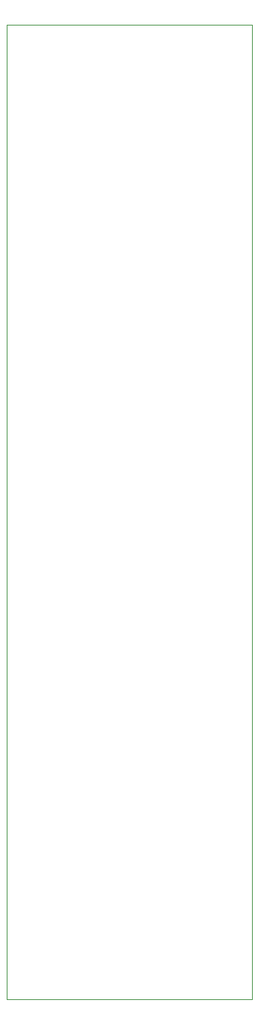
<source format=gbr>
G04 #@! TF.GenerationSoftware,KiCad,Pcbnew,(5.0.0-rc2-47-g52fceb3)*
G04 #@! TF.CreationDate,2018-07-16T10:42:13-05:00*
G04 #@! TF.ProjectId,nearness,6E6561726E6573732E6B696361645F70,rev?*
G04 #@! TF.SameCoordinates,Original*
G04 #@! TF.FileFunction,Profile,NP*
%FSLAX46Y46*%
G04 Gerber Fmt 4.6, Leading zero omitted, Abs format (unit mm)*
G04 Created by KiCad (PCBNEW (5.0.0-rc2-47-g52fceb3)) date Monday, July 16, 2018 at 10:42:13 AM*
%MOMM*%
%LPD*%
G01*
G04 APERTURE LIST*
%ADD10C,0.100000*%
G04 APERTURE END LIST*
D10*
X28750000Y0D02*
X28750000Y-110000000D01*
X1000000Y0D02*
X1000000Y-110000000D01*
X1000000Y-110000000D02*
X28750000Y-110000000D01*
X1000000Y0D02*
X28750000Y0D01*
M02*

</source>
